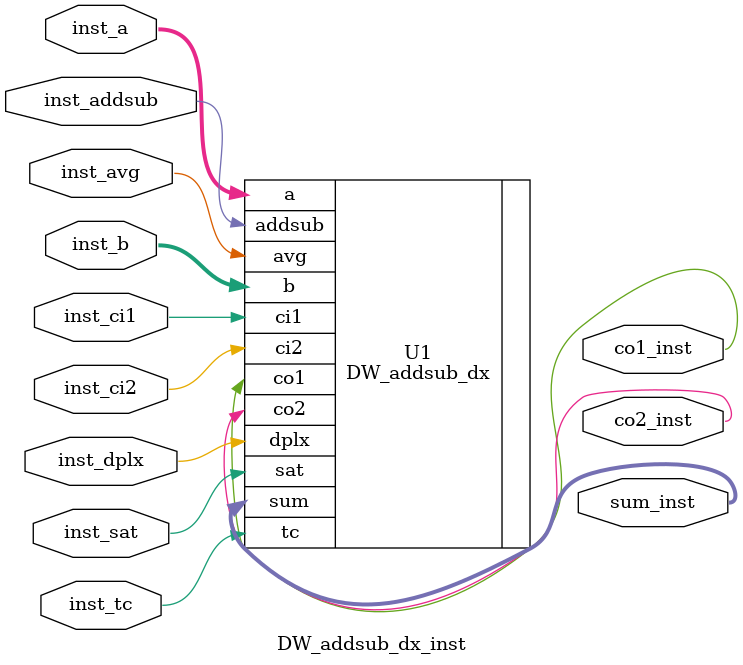
<source format=v>
module DW_addsub_dx_inst( inst_a, inst_b, inst_ci1, inst_ci2, inst_addsub, 
                          inst_tc, inst_sat, inst_avg, inst_dplx, sum_inst, 
                          co1_inst, co2_inst );

  parameter width = 24;
  parameter p1_width = 8;

  input [width-1 : 0] inst_a;
  input [width-1 : 0] inst_b;
  input inst_ci1;
  input inst_ci2;
  input inst_addsub;
  input inst_tc;
  input inst_sat;
  input inst_avg;
  input inst_dplx;
  output [width-1 : 0] sum_inst;
  output co1_inst;
  output co2_inst;

  // Instance of DW_addsub_dx
  DW_addsub_dx #(width, p1_width)
    U1 ( .a(inst_a), .b(inst_b), .ci1(inst_ci1), .ci2(inst_ci2),
         .addsub(inst_addsub), .tc(inst_tc), .sat(inst_sat),
         .avg(inst_avg), .dplx(inst_dplx),
         .sum(sum_inst), .co1(co1_inst), .co2(co2_inst) );

endmodule


</source>
